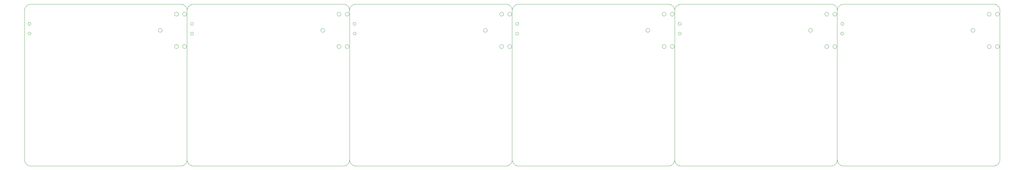
<source format=gbr>
G75*
G70*
%OFA0B0*%
%FSLAX25Y25*%
%IPPOS*%
%LPD*%
%AMOC8*
5,1,8,0,0,1.08239X$1,22.5*
%
%ADD30C,0.00000*%
X0010000Y0010000D02*
G75*
%LPD*%
D30*
X0010000Y0017870D02*
X0010000Y0198980D01*
X0010010Y0198980D02*
X0010030Y0199520D01*
X0010080Y0200050D01*
X0010170Y0200580D01*
X0010300Y0201100D01*
X0010460Y0201620D01*
X0010660Y0202120D01*
X0010890Y0202600D01*
X0011160Y0203070D01*
X0011450Y0203520D01*
X0011780Y0203950D01*
X0012130Y0204350D01*
X0012510Y0204730D01*
X0012910Y0205080D01*
X0013340Y0205410D01*
X0013790Y0205700D01*
X0014260Y0205970D01*
X0014740Y0206200D01*
X0015240Y0206400D01*
X0015760Y0206560D01*
X0016280Y0206690D01*
X0016810Y0206780D01*
X0017340Y0206830D01*
X0017880Y0206850D01*
X0198980Y0206850D01*
X0199520Y0206830D01*
X0200050Y0206780D01*
X0200580Y0206690D01*
X0201100Y0206560D01*
X0201620Y0206400D01*
X0202120Y0206200D01*
X0202600Y0205970D01*
X0203070Y0205700D01*
X0203520Y0205410D01*
X0203950Y0205080D01*
X0204350Y0204730D01*
X0204730Y0204350D01*
X0205080Y0203950D01*
X0205410Y0203520D01*
X0205700Y0203070D01*
X0205970Y0202600D01*
X0206200Y0202120D01*
X0206400Y0201620D01*
X0206560Y0201100D01*
X0206690Y0200580D01*
X0206780Y0200050D01*
X0206830Y0199520D01*
X0206850Y0198980D01*
X0206850Y0017870D01*
X0206830Y0017330D01*
X0206780Y0016800D01*
X0206690Y0016270D01*
X0206560Y0015750D01*
X0206400Y0015230D01*
X0206200Y0014730D01*
X0205970Y0014250D01*
X0205700Y0013780D01*
X0205410Y0013330D01*
X0205080Y0012900D01*
X0204730Y0012500D01*
X0204350Y0012120D01*
X0203950Y0011770D01*
X0203520Y0011440D01*
X0203070Y0011150D01*
X0202600Y0010880D01*
X0202120Y0010650D01*
X0201620Y0010450D01*
X0201100Y0010290D01*
X0200580Y0010160D01*
X0200050Y0010070D01*
X0199520Y0010020D01*
X0198980Y0010000D01*
X0017880Y0010000D01*
X0017340Y0010020D01*
X0016810Y0010070D01*
X0016280Y0010160D01*
X0015760Y0010290D01*
X0015240Y0010450D01*
X0014740Y0010650D01*
X0014260Y0010880D01*
X0013790Y0011150D01*
X0013340Y0011440D01*
X0012910Y0011770D01*
X0012510Y0012120D01*
X0012130Y0012500D01*
X0011780Y0012900D01*
X0011450Y0013330D01*
X0011160Y0013780D01*
X0010890Y0014250D01*
X0010660Y0014730D01*
X0010460Y0015230D01*
X0010300Y0015750D01*
X0010170Y0016270D01*
X0010080Y0016800D01*
X0010030Y0017330D01*
X0010010Y0017870D01*
X0191640Y0155310D02*
X0191660Y0155610D01*
X0191720Y0155910D01*
X0191810Y0156200D01*
X0191940Y0156470D01*
X0192110Y0156720D01*
X0192300Y0156950D01*
X0192530Y0157160D01*
X0192780Y0157330D01*
X0193040Y0157470D01*
X0193330Y0157570D01*
X0193620Y0157640D01*
X0193920Y0157670D01*
X0194230Y0157660D01*
X0194530Y0157610D01*
X0194820Y0157520D01*
X0195090Y0157400D01*
X0195350Y0157250D01*
X0195590Y0157060D01*
X0195800Y0156840D01*
X0195980Y0156600D01*
X0196130Y0156330D01*
X0196240Y0156050D01*
X0196320Y0155760D01*
X0196360Y0155460D01*
X0196360Y0155160D01*
X0196320Y0154860D01*
X0196240Y0154570D01*
X0196130Y0154290D01*
X0195980Y0154020D01*
X0195800Y0153780D01*
X0195590Y0153560D01*
X0195350Y0153370D01*
X0195090Y0153220D01*
X0194820Y0153100D01*
X0194530Y0153010D01*
X0194230Y0152960D01*
X0193920Y0152950D01*
X0193620Y0152980D01*
X0193330Y0153050D01*
X0193040Y0153150D01*
X0192780Y0153290D01*
X0192530Y0153460D01*
X0192300Y0153670D01*
X0192110Y0153900D01*
X0191940Y0154150D01*
X0191810Y0154420D01*
X0191720Y0154710D01*
X0191660Y0155010D01*
X0191640Y0155310D01*
X0201490Y0155310D02*
X0201510Y0155610D01*
X0201570Y0155910D01*
X0201660Y0156200D01*
X0201790Y0156470D01*
X0201960Y0156720D01*
X0202150Y0156950D01*
X0202380Y0157160D01*
X0202630Y0157330D01*
X0202890Y0157470D01*
X0203180Y0157570D01*
X0203470Y0157640D01*
X0203770Y0157670D01*
X0204080Y0157660D01*
X0204380Y0157610D01*
X0204670Y0157520D01*
X0204940Y0157400D01*
X0205200Y0157250D01*
X0205440Y0157060D01*
X0205650Y0156840D01*
X0205830Y0156600D01*
X0205980Y0156330D01*
X0206090Y0156050D01*
X0206170Y0155760D01*
X0206210Y0155460D01*
X0206210Y0155160D01*
X0206170Y0154860D01*
X0206090Y0154570D01*
X0205980Y0154290D01*
X0205830Y0154020D01*
X0205650Y0153780D01*
X0205440Y0153560D01*
X0205200Y0153370D01*
X0204940Y0153220D01*
X0204670Y0153100D01*
X0204380Y0153010D01*
X0204080Y0152960D01*
X0203770Y0152950D01*
X0203470Y0152980D01*
X0203180Y0153050D01*
X0202890Y0153150D01*
X0202630Y0153290D01*
X0202380Y0153460D01*
X0202150Y0153670D01*
X0201960Y0153900D01*
X0201790Y0154150D01*
X0201660Y0154420D01*
X0201570Y0154710D01*
X0201510Y0155010D01*
X0201490Y0155310D01*
X0171960Y0175000D02*
X0171980Y0175300D01*
X0172040Y0175600D01*
X0172130Y0175890D01*
X0172260Y0176160D01*
X0172430Y0176410D01*
X0172620Y0176640D01*
X0172850Y0176850D01*
X0173100Y0177020D01*
X0173360Y0177160D01*
X0173650Y0177260D01*
X0173940Y0177330D01*
X0174240Y0177360D01*
X0174550Y0177350D01*
X0174850Y0177300D01*
X0175140Y0177210D01*
X0175410Y0177090D01*
X0175670Y0176940D01*
X0175910Y0176750D01*
X0176120Y0176530D01*
X0176300Y0176290D01*
X0176450Y0176020D01*
X0176560Y0175740D01*
X0176640Y0175450D01*
X0176680Y0175150D01*
X0176680Y0174850D01*
X0176640Y0174550D01*
X0176560Y0174260D01*
X0176450Y0173980D01*
X0176300Y0173710D01*
X0176120Y0173470D01*
X0175910Y0173250D01*
X0175670Y0173060D01*
X0175410Y0172910D01*
X0175140Y0172790D01*
X0174850Y0172700D01*
X0174550Y0172650D01*
X0174240Y0172640D01*
X0173940Y0172670D01*
X0173650Y0172740D01*
X0173360Y0172840D01*
X0173100Y0172980D01*
X0172850Y0173150D01*
X0172620Y0173360D01*
X0172430Y0173590D01*
X0172260Y0173840D01*
X0172130Y0174110D01*
X0172040Y0174400D01*
X0171980Y0174700D01*
X0171960Y0175000D01*
X0191640Y0194690D02*
X0191660Y0194990D01*
X0191720Y0195290D01*
X0191810Y0195580D01*
X0191940Y0195850D01*
X0192110Y0196100D01*
X0192300Y0196330D01*
X0192530Y0196540D01*
X0192780Y0196710D01*
X0193040Y0196850D01*
X0193330Y0196950D01*
X0193620Y0197020D01*
X0193920Y0197050D01*
X0194230Y0197040D01*
X0194530Y0196990D01*
X0194820Y0196900D01*
X0195090Y0196780D01*
X0195350Y0196630D01*
X0195590Y0196440D01*
X0195800Y0196220D01*
X0195980Y0195980D01*
X0196130Y0195710D01*
X0196240Y0195430D01*
X0196320Y0195140D01*
X0196360Y0194840D01*
X0196360Y0194540D01*
X0196320Y0194240D01*
X0196240Y0193950D01*
X0196130Y0193670D01*
X0195980Y0193400D01*
X0195800Y0193160D01*
X0195590Y0192940D01*
X0195350Y0192750D01*
X0195090Y0192600D01*
X0194820Y0192480D01*
X0194530Y0192390D01*
X0194230Y0192340D01*
X0193920Y0192330D01*
X0193620Y0192360D01*
X0193330Y0192430D01*
X0193040Y0192530D01*
X0192780Y0192670D01*
X0192530Y0192840D01*
X0192300Y0193050D01*
X0192110Y0193280D01*
X0191940Y0193530D01*
X0191810Y0193800D01*
X0191720Y0194090D01*
X0191660Y0194390D01*
X0191640Y0194690D01*
X0201490Y0194690D02*
X0201510Y0194990D01*
X0201570Y0195290D01*
X0201660Y0195580D01*
X0201790Y0195850D01*
X0201960Y0196100D01*
X0202150Y0196330D01*
X0202380Y0196540D01*
X0202630Y0196710D01*
X0202890Y0196850D01*
X0203180Y0196950D01*
X0203470Y0197020D01*
X0203770Y0197050D01*
X0204080Y0197040D01*
X0204380Y0196990D01*
X0204670Y0196900D01*
X0204940Y0196780D01*
X0205200Y0196630D01*
X0205440Y0196440D01*
X0205650Y0196220D01*
X0205830Y0195980D01*
X0205980Y0195710D01*
X0206090Y0195430D01*
X0206170Y0195140D01*
X0206210Y0194840D01*
X0206210Y0194540D01*
X0206170Y0194240D01*
X0206090Y0193950D01*
X0205980Y0193670D01*
X0205830Y0193400D01*
X0205650Y0193160D01*
X0205440Y0192940D01*
X0205200Y0192750D01*
X0204940Y0192600D01*
X0204670Y0192480D01*
X0204380Y0192390D01*
X0204080Y0192340D01*
X0203770Y0192330D01*
X0203470Y0192360D01*
X0203180Y0192430D01*
X0202890Y0192530D01*
X0202630Y0192670D01*
X0202380Y0192840D01*
X0202150Y0193050D01*
X0201960Y0193280D01*
X0201790Y0193530D01*
X0201660Y0193800D01*
X0201570Y0194090D01*
X0201510Y0194390D01*
X0201490Y0194690D01*
X0014230Y0182910D02*
X0014250Y0183170D01*
X0014310Y0183430D01*
X0014410Y0183680D01*
X0014540Y0183910D01*
X0014700Y0184110D01*
X0014900Y0184290D01*
X0015120Y0184440D01*
X0015350Y0184560D01*
X0015610Y0184640D01*
X0015870Y0184680D01*
X0016130Y0184680D01*
X0016390Y0184640D01*
X0016650Y0184560D01*
X0016890Y0184440D01*
X0017100Y0184290D01*
X0017300Y0184110D01*
X0017460Y0183910D01*
X0017590Y0183680D01*
X0017690Y0183430D01*
X0017750Y0183170D01*
X0017770Y0182910D01*
X0017750Y0182650D01*
X0017690Y0182390D01*
X0017590Y0182140D01*
X0017460Y0181910D01*
X0017300Y0181710D01*
X0017100Y0181530D01*
X0016880Y0181380D01*
X0016650Y0181260D01*
X0016390Y0181180D01*
X0016130Y0181140D01*
X0015870Y0181140D01*
X0015610Y0181180D01*
X0015350Y0181260D01*
X0015110Y0181380D01*
X0014900Y0181530D01*
X0014700Y0181710D01*
X0014540Y0181910D01*
X0014410Y0182140D01*
X0014310Y0182390D01*
X0014250Y0182650D01*
X0014230Y0182910D01*
X0014230Y0171090D02*
X0014250Y0171350D01*
X0014310Y0171610D01*
X0014410Y0171860D01*
X0014540Y0172090D01*
X0014700Y0172290D01*
X0014900Y0172470D01*
X0015120Y0172620D01*
X0015350Y0172740D01*
X0015610Y0172820D01*
X0015870Y0172860D01*
X0016130Y0172860D01*
X0016390Y0172820D01*
X0016650Y0172740D01*
X0016890Y0172620D01*
X0017100Y0172470D01*
X0017300Y0172290D01*
X0017460Y0172090D01*
X0017590Y0171860D01*
X0017690Y0171610D01*
X0017750Y0171350D01*
X0017770Y0171090D01*
X0017750Y0170830D01*
X0017690Y0170570D01*
X0017590Y0170320D01*
X0017460Y0170090D01*
X0017300Y0169890D01*
X0017100Y0169710D01*
X0016880Y0169560D01*
X0016650Y0169440D01*
X0016390Y0169360D01*
X0016130Y0169320D01*
X0015870Y0169320D01*
X0015610Y0169360D01*
X0015350Y0169440D01*
X0015110Y0169560D01*
X0014900Y0169710D01*
X0014700Y0169890D01*
X0014540Y0170090D01*
X0014410Y0170320D01*
X0014310Y0170570D01*
X0014250Y0170830D01*
X0014230Y0171090D01*
X0206850Y0010000D02*
G75*
%LPD*%
D30*
X0206850Y0017870D02*
X0206850Y0198980D01*
X0206860Y0198980D02*
X0206880Y0199520D01*
X0206930Y0200050D01*
X0207020Y0200580D01*
X0207150Y0201100D01*
X0207310Y0201620D01*
X0207510Y0202120D01*
X0207740Y0202600D01*
X0208010Y0203070D01*
X0208300Y0203520D01*
X0208630Y0203950D01*
X0208980Y0204350D01*
X0209360Y0204730D01*
X0209760Y0205080D01*
X0210190Y0205410D01*
X0210640Y0205700D01*
X0211110Y0205970D01*
X0211590Y0206200D01*
X0212090Y0206400D01*
X0212610Y0206560D01*
X0213130Y0206690D01*
X0213660Y0206780D01*
X0214190Y0206830D01*
X0214730Y0206850D01*
X0395830Y0206850D01*
X0396370Y0206830D01*
X0396900Y0206780D01*
X0397430Y0206690D01*
X0397950Y0206560D01*
X0398470Y0206400D01*
X0398970Y0206200D01*
X0399450Y0205970D01*
X0399920Y0205700D01*
X0400370Y0205410D01*
X0400800Y0205080D01*
X0401200Y0204730D01*
X0401580Y0204350D01*
X0401930Y0203950D01*
X0402260Y0203520D01*
X0402550Y0203070D01*
X0402820Y0202600D01*
X0403050Y0202120D01*
X0403250Y0201620D01*
X0403410Y0201100D01*
X0403540Y0200580D01*
X0403630Y0200050D01*
X0403680Y0199520D01*
X0403700Y0198980D01*
X0403700Y0017870D01*
X0403680Y0017330D01*
X0403630Y0016800D01*
X0403540Y0016270D01*
X0403410Y0015750D01*
X0403250Y0015230D01*
X0403050Y0014730D01*
X0402820Y0014250D01*
X0402550Y0013780D01*
X0402260Y0013330D01*
X0401930Y0012900D01*
X0401580Y0012500D01*
X0401200Y0012120D01*
X0400800Y0011770D01*
X0400370Y0011440D01*
X0399920Y0011150D01*
X0399450Y0010880D01*
X0398970Y0010650D01*
X0398470Y0010450D01*
X0397950Y0010290D01*
X0397430Y0010160D01*
X0396900Y0010070D01*
X0396370Y0010020D01*
X0395830Y0010000D01*
X0214730Y0010000D01*
X0214190Y0010020D01*
X0213660Y0010070D01*
X0213130Y0010160D01*
X0212610Y0010290D01*
X0212090Y0010450D01*
X0211590Y0010650D01*
X0211110Y0010880D01*
X0210640Y0011150D01*
X0210190Y0011440D01*
X0209760Y0011770D01*
X0209360Y0012120D01*
X0208980Y0012500D01*
X0208630Y0012900D01*
X0208300Y0013330D01*
X0208010Y0013780D01*
X0207740Y0014250D01*
X0207510Y0014730D01*
X0207310Y0015230D01*
X0207150Y0015750D01*
X0207020Y0016270D01*
X0206930Y0016800D01*
X0206880Y0017330D01*
X0206860Y0017870D01*
X0388490Y0155310D02*
X0388510Y0155610D01*
X0388570Y0155910D01*
X0388660Y0156200D01*
X0388790Y0156470D01*
X0388960Y0156720D01*
X0389150Y0156950D01*
X0389380Y0157160D01*
X0389630Y0157330D01*
X0389890Y0157470D01*
X0390180Y0157570D01*
X0390470Y0157640D01*
X0390770Y0157670D01*
X0391080Y0157660D01*
X0391380Y0157610D01*
X0391670Y0157520D01*
X0391940Y0157400D01*
X0392200Y0157250D01*
X0392440Y0157060D01*
X0392650Y0156840D01*
X0392830Y0156600D01*
X0392980Y0156330D01*
X0393090Y0156050D01*
X0393170Y0155760D01*
X0393210Y0155460D01*
X0393210Y0155160D01*
X0393170Y0154860D01*
X0393090Y0154570D01*
X0392980Y0154290D01*
X0392830Y0154020D01*
X0392650Y0153780D01*
X0392440Y0153560D01*
X0392200Y0153370D01*
X0391940Y0153220D01*
X0391670Y0153100D01*
X0391380Y0153010D01*
X0391080Y0152960D01*
X0390770Y0152950D01*
X0390470Y0152980D01*
X0390180Y0153050D01*
X0389890Y0153150D01*
X0389630Y0153290D01*
X0389380Y0153460D01*
X0389150Y0153670D01*
X0388960Y0153900D01*
X0388790Y0154150D01*
X0388660Y0154420D01*
X0388570Y0154710D01*
X0388510Y0155010D01*
X0388490Y0155310D01*
X0398340Y0155310D02*
X0398360Y0155610D01*
X0398420Y0155910D01*
X0398510Y0156200D01*
X0398640Y0156470D01*
X0398810Y0156720D01*
X0399000Y0156950D01*
X0399230Y0157160D01*
X0399480Y0157330D01*
X0399740Y0157470D01*
X0400030Y0157570D01*
X0400320Y0157640D01*
X0400620Y0157670D01*
X0400930Y0157660D01*
X0401230Y0157610D01*
X0401520Y0157520D01*
X0401790Y0157400D01*
X0402050Y0157250D01*
X0402290Y0157060D01*
X0402500Y0156840D01*
X0402680Y0156600D01*
X0402830Y0156330D01*
X0402940Y0156050D01*
X0403020Y0155760D01*
X0403060Y0155460D01*
X0403060Y0155160D01*
X0403020Y0154860D01*
X0402940Y0154570D01*
X0402830Y0154290D01*
X0402680Y0154020D01*
X0402500Y0153780D01*
X0402290Y0153560D01*
X0402050Y0153370D01*
X0401790Y0153220D01*
X0401520Y0153100D01*
X0401230Y0153010D01*
X0400930Y0152960D01*
X0400620Y0152950D01*
X0400320Y0152980D01*
X0400030Y0153050D01*
X0399740Y0153150D01*
X0399480Y0153290D01*
X0399230Y0153460D01*
X0399000Y0153670D01*
X0398810Y0153900D01*
X0398640Y0154150D01*
X0398510Y0154420D01*
X0398420Y0154710D01*
X0398360Y0155010D01*
X0398340Y0155310D01*
X0368810Y0175000D02*
X0368830Y0175300D01*
X0368890Y0175600D01*
X0368980Y0175890D01*
X0369110Y0176160D01*
X0369280Y0176410D01*
X0369470Y0176640D01*
X0369700Y0176850D01*
X0369950Y0177020D01*
X0370210Y0177160D01*
X0370500Y0177260D01*
X0370790Y0177330D01*
X0371090Y0177360D01*
X0371400Y0177350D01*
X0371700Y0177300D01*
X0371990Y0177210D01*
X0372260Y0177090D01*
X0372520Y0176940D01*
X0372760Y0176750D01*
X0372970Y0176530D01*
X0373150Y0176290D01*
X0373300Y0176020D01*
X0373410Y0175740D01*
X0373490Y0175450D01*
X0373530Y0175150D01*
X0373530Y0174850D01*
X0373490Y0174550D01*
X0373410Y0174260D01*
X0373300Y0173980D01*
X0373150Y0173710D01*
X0372970Y0173470D01*
X0372760Y0173250D01*
X0372520Y0173060D01*
X0372260Y0172910D01*
X0371990Y0172790D01*
X0371700Y0172700D01*
X0371400Y0172650D01*
X0371090Y0172640D01*
X0370790Y0172670D01*
X0370500Y0172740D01*
X0370210Y0172840D01*
X0369950Y0172980D01*
X0369700Y0173150D01*
X0369470Y0173360D01*
X0369280Y0173590D01*
X0369110Y0173840D01*
X0368980Y0174110D01*
X0368890Y0174400D01*
X0368830Y0174700D01*
X0368810Y0175000D01*
X0388490Y0194690D02*
X0388510Y0194990D01*
X0388570Y0195290D01*
X0388660Y0195580D01*
X0388790Y0195850D01*
X0388960Y0196100D01*
X0389150Y0196330D01*
X0389380Y0196540D01*
X0389630Y0196710D01*
X0389890Y0196850D01*
X0390180Y0196950D01*
X0390470Y0197020D01*
X0390770Y0197050D01*
X0391080Y0197040D01*
X0391380Y0196990D01*
X0391670Y0196900D01*
X0391940Y0196780D01*
X0392200Y0196630D01*
X0392440Y0196440D01*
X0392650Y0196220D01*
X0392830Y0195980D01*
X0392980Y0195710D01*
X0393090Y0195430D01*
X0393170Y0195140D01*
X0393210Y0194840D01*
X0393210Y0194540D01*
X0393170Y0194240D01*
X0393090Y0193950D01*
X0392980Y0193670D01*
X0392830Y0193400D01*
X0392650Y0193160D01*
X0392440Y0192940D01*
X0392200Y0192750D01*
X0391940Y0192600D01*
X0391670Y0192480D01*
X0391380Y0192390D01*
X0391080Y0192340D01*
X0390770Y0192330D01*
X0390470Y0192360D01*
X0390180Y0192430D01*
X0389890Y0192530D01*
X0389630Y0192670D01*
X0389380Y0192840D01*
X0389150Y0193050D01*
X0388960Y0193280D01*
X0388790Y0193530D01*
X0388660Y0193800D01*
X0388570Y0194090D01*
X0388510Y0194390D01*
X0388490Y0194690D01*
X0398340Y0194690D02*
X0398360Y0194990D01*
X0398420Y0195290D01*
X0398510Y0195580D01*
X0398640Y0195850D01*
X0398810Y0196100D01*
X0399000Y0196330D01*
X0399230Y0196540D01*
X0399480Y0196710D01*
X0399740Y0196850D01*
X0400030Y0196950D01*
X0400320Y0197020D01*
X0400620Y0197050D01*
X0400930Y0197040D01*
X0401230Y0196990D01*
X0401520Y0196900D01*
X0401790Y0196780D01*
X0402050Y0196630D01*
X0402290Y0196440D01*
X0402500Y0196220D01*
X0402680Y0195980D01*
X0402830Y0195710D01*
X0402940Y0195430D01*
X0403020Y0195140D01*
X0403060Y0194840D01*
X0403060Y0194540D01*
X0403020Y0194240D01*
X0402940Y0193950D01*
X0402830Y0193670D01*
X0402680Y0193400D01*
X0402500Y0193160D01*
X0402290Y0192940D01*
X0402050Y0192750D01*
X0401790Y0192600D01*
X0401520Y0192480D01*
X0401230Y0192390D01*
X0400930Y0192340D01*
X0400620Y0192330D01*
X0400320Y0192360D01*
X0400030Y0192430D01*
X0399740Y0192530D01*
X0399480Y0192670D01*
X0399230Y0192840D01*
X0399000Y0193050D01*
X0398810Y0193280D01*
X0398640Y0193530D01*
X0398510Y0193800D01*
X0398420Y0194090D01*
X0398360Y0194390D01*
X0398340Y0194690D01*
X0211080Y0182910D02*
X0211100Y0183170D01*
X0211160Y0183430D01*
X0211260Y0183680D01*
X0211390Y0183910D01*
X0211550Y0184110D01*
X0211750Y0184290D01*
X0211970Y0184440D01*
X0212200Y0184560D01*
X0212460Y0184640D01*
X0212720Y0184680D01*
X0212980Y0184680D01*
X0213240Y0184640D01*
X0213500Y0184560D01*
X0213740Y0184440D01*
X0213950Y0184290D01*
X0214150Y0184110D01*
X0214310Y0183910D01*
X0214440Y0183680D01*
X0214540Y0183430D01*
X0214600Y0183170D01*
X0214620Y0182910D01*
X0214600Y0182650D01*
X0214540Y0182390D01*
X0214440Y0182140D01*
X0214310Y0181910D01*
X0214150Y0181710D01*
X0213950Y0181530D01*
X0213730Y0181380D01*
X0213500Y0181260D01*
X0213240Y0181180D01*
X0212980Y0181140D01*
X0212720Y0181140D01*
X0212460Y0181180D01*
X0212200Y0181260D01*
X0211960Y0181380D01*
X0211750Y0181530D01*
X0211550Y0181710D01*
X0211390Y0181910D01*
X0211260Y0182140D01*
X0211160Y0182390D01*
X0211100Y0182650D01*
X0211080Y0182910D01*
X0211080Y0171090D02*
X0211100Y0171350D01*
X0211160Y0171610D01*
X0211260Y0171860D01*
X0211390Y0172090D01*
X0211550Y0172290D01*
X0211750Y0172470D01*
X0211970Y0172620D01*
X0212200Y0172740D01*
X0212460Y0172820D01*
X0212720Y0172860D01*
X0212980Y0172860D01*
X0213240Y0172820D01*
X0213500Y0172740D01*
X0213740Y0172620D01*
X0213950Y0172470D01*
X0214150Y0172290D01*
X0214310Y0172090D01*
X0214440Y0171860D01*
X0214540Y0171610D01*
X0214600Y0171350D01*
X0214620Y0171090D01*
X0214600Y0170830D01*
X0214540Y0170570D01*
X0214440Y0170320D01*
X0214310Y0170090D01*
X0214150Y0169890D01*
X0213950Y0169710D01*
X0213730Y0169560D01*
X0213500Y0169440D01*
X0213240Y0169360D01*
X0212980Y0169320D01*
X0212720Y0169320D01*
X0212460Y0169360D01*
X0212200Y0169440D01*
X0211960Y0169560D01*
X0211750Y0169710D01*
X0211550Y0169890D01*
X0211390Y0170090D01*
X0211260Y0170320D01*
X0211160Y0170570D01*
X0211100Y0170830D01*
X0211080Y0171090D01*
X0403700Y0010000D02*
G75*
%LPD*%
D30*
X0403700Y0017870D02*
X0403700Y0198980D01*
X0403710Y0198980D02*
X0403730Y0199520D01*
X0403780Y0200050D01*
X0403870Y0200580D01*
X0404000Y0201100D01*
X0404160Y0201620D01*
X0404360Y0202120D01*
X0404590Y0202600D01*
X0404860Y0203070D01*
X0405150Y0203520D01*
X0405480Y0203950D01*
X0405830Y0204350D01*
X0406210Y0204730D01*
X0406610Y0205080D01*
X0407040Y0205410D01*
X0407490Y0205700D01*
X0407960Y0205970D01*
X0408440Y0206200D01*
X0408940Y0206400D01*
X0409460Y0206560D01*
X0409980Y0206690D01*
X0410510Y0206780D01*
X0411040Y0206830D01*
X0411580Y0206850D01*
X0592680Y0206850D01*
X0593220Y0206830D01*
X0593750Y0206780D01*
X0594280Y0206690D01*
X0594800Y0206560D01*
X0595320Y0206400D01*
X0595820Y0206200D01*
X0596300Y0205970D01*
X0596770Y0205700D01*
X0597220Y0205410D01*
X0597650Y0205080D01*
X0598050Y0204730D01*
X0598430Y0204350D01*
X0598780Y0203950D01*
X0599110Y0203520D01*
X0599400Y0203070D01*
X0599670Y0202600D01*
X0599900Y0202120D01*
X0600100Y0201620D01*
X0600260Y0201100D01*
X0600390Y0200580D01*
X0600480Y0200050D01*
X0600530Y0199520D01*
X0600550Y0198980D01*
X0600550Y0017870D01*
X0600530Y0017330D01*
X0600480Y0016800D01*
X0600390Y0016270D01*
X0600260Y0015750D01*
X0600100Y0015230D01*
X0599900Y0014730D01*
X0599670Y0014250D01*
X0599400Y0013780D01*
X0599110Y0013330D01*
X0598780Y0012900D01*
X0598430Y0012500D01*
X0598050Y0012120D01*
X0597650Y0011770D01*
X0597220Y0011440D01*
X0596770Y0011150D01*
X0596300Y0010880D01*
X0595820Y0010650D01*
X0595320Y0010450D01*
X0594800Y0010290D01*
X0594280Y0010160D01*
X0593750Y0010070D01*
X0593220Y0010020D01*
X0592680Y0010000D01*
X0411580Y0010000D01*
X0411040Y0010020D01*
X0410510Y0010070D01*
X0409980Y0010160D01*
X0409460Y0010290D01*
X0408940Y0010450D01*
X0408440Y0010650D01*
X0407960Y0010880D01*
X0407490Y0011150D01*
X0407040Y0011440D01*
X0406610Y0011770D01*
X0406210Y0012120D01*
X0405830Y0012500D01*
X0405480Y0012900D01*
X0405150Y0013330D01*
X0404860Y0013780D01*
X0404590Y0014250D01*
X0404360Y0014730D01*
X0404160Y0015230D01*
X0404000Y0015750D01*
X0403870Y0016270D01*
X0403780Y0016800D01*
X0403730Y0017330D01*
X0403710Y0017870D01*
X0585340Y0155310D02*
X0585360Y0155610D01*
X0585420Y0155910D01*
X0585510Y0156200D01*
X0585640Y0156470D01*
X0585810Y0156720D01*
X0586000Y0156950D01*
X0586230Y0157160D01*
X0586480Y0157330D01*
X0586740Y0157470D01*
X0587030Y0157570D01*
X0587320Y0157640D01*
X0587620Y0157670D01*
X0587930Y0157660D01*
X0588230Y0157610D01*
X0588520Y0157520D01*
X0588790Y0157400D01*
X0589050Y0157250D01*
X0589290Y0157060D01*
X0589500Y0156840D01*
X0589680Y0156600D01*
X0589830Y0156330D01*
X0589940Y0156050D01*
X0590020Y0155760D01*
X0590060Y0155460D01*
X0590060Y0155160D01*
X0590020Y0154860D01*
X0589940Y0154570D01*
X0589830Y0154290D01*
X0589680Y0154020D01*
X0589500Y0153780D01*
X0589290Y0153560D01*
X0589050Y0153370D01*
X0588790Y0153220D01*
X0588520Y0153100D01*
X0588230Y0153010D01*
X0587930Y0152960D01*
X0587620Y0152950D01*
X0587320Y0152980D01*
X0587030Y0153050D01*
X0586740Y0153150D01*
X0586480Y0153290D01*
X0586230Y0153460D01*
X0586000Y0153670D01*
X0585810Y0153900D01*
X0585640Y0154150D01*
X0585510Y0154420D01*
X0585420Y0154710D01*
X0585360Y0155010D01*
X0585340Y0155310D01*
X0595190Y0155310D02*
X0595210Y0155610D01*
X0595270Y0155910D01*
X0595360Y0156200D01*
X0595490Y0156470D01*
X0595660Y0156720D01*
X0595850Y0156950D01*
X0596080Y0157160D01*
X0596330Y0157330D01*
X0596590Y0157470D01*
X0596880Y0157570D01*
X0597170Y0157640D01*
X0597470Y0157670D01*
X0597780Y0157660D01*
X0598080Y0157610D01*
X0598370Y0157520D01*
X0598640Y0157400D01*
X0598900Y0157250D01*
X0599140Y0157060D01*
X0599350Y0156840D01*
X0599530Y0156600D01*
X0599680Y0156330D01*
X0599790Y0156050D01*
X0599870Y0155760D01*
X0599910Y0155460D01*
X0599910Y0155160D01*
X0599870Y0154860D01*
X0599790Y0154570D01*
X0599680Y0154290D01*
X0599530Y0154020D01*
X0599350Y0153780D01*
X0599140Y0153560D01*
X0598900Y0153370D01*
X0598640Y0153220D01*
X0598370Y0153100D01*
X0598080Y0153010D01*
X0597780Y0152960D01*
X0597470Y0152950D01*
X0597170Y0152980D01*
X0596880Y0153050D01*
X0596590Y0153150D01*
X0596330Y0153290D01*
X0596080Y0153460D01*
X0595850Y0153670D01*
X0595660Y0153900D01*
X0595490Y0154150D01*
X0595360Y0154420D01*
X0595270Y0154710D01*
X0595210Y0155010D01*
X0595190Y0155310D01*
X0565660Y0175000D02*
X0565680Y0175300D01*
X0565740Y0175600D01*
X0565830Y0175890D01*
X0565960Y0176160D01*
X0566130Y0176410D01*
X0566320Y0176640D01*
X0566550Y0176850D01*
X0566800Y0177020D01*
X0567060Y0177160D01*
X0567350Y0177260D01*
X0567640Y0177330D01*
X0567940Y0177360D01*
X0568250Y0177350D01*
X0568550Y0177300D01*
X0568840Y0177210D01*
X0569110Y0177090D01*
X0569370Y0176940D01*
X0569610Y0176750D01*
X0569820Y0176530D01*
X0570000Y0176290D01*
X0570150Y0176020D01*
X0570260Y0175740D01*
X0570340Y0175450D01*
X0570380Y0175150D01*
X0570380Y0174850D01*
X0570340Y0174550D01*
X0570260Y0174260D01*
X0570150Y0173980D01*
X0570000Y0173710D01*
X0569820Y0173470D01*
X0569610Y0173250D01*
X0569370Y0173060D01*
X0569110Y0172910D01*
X0568840Y0172790D01*
X0568550Y0172700D01*
X0568250Y0172650D01*
X0567940Y0172640D01*
X0567640Y0172670D01*
X0567350Y0172740D01*
X0567060Y0172840D01*
X0566800Y0172980D01*
X0566550Y0173150D01*
X0566320Y0173360D01*
X0566130Y0173590D01*
X0565960Y0173840D01*
X0565830Y0174110D01*
X0565740Y0174400D01*
X0565680Y0174700D01*
X0565660Y0175000D01*
X0585340Y0194690D02*
X0585360Y0194990D01*
X0585420Y0195290D01*
X0585510Y0195580D01*
X0585640Y0195850D01*
X0585810Y0196100D01*
X0586000Y0196330D01*
X0586230Y0196540D01*
X0586480Y0196710D01*
X0586740Y0196850D01*
X0587030Y0196950D01*
X0587320Y0197020D01*
X0587620Y0197050D01*
X0587930Y0197040D01*
X0588230Y0196990D01*
X0588520Y0196900D01*
X0588790Y0196780D01*
X0589050Y0196630D01*
X0589290Y0196440D01*
X0589500Y0196220D01*
X0589680Y0195980D01*
X0589830Y0195710D01*
X0589940Y0195430D01*
X0590020Y0195140D01*
X0590060Y0194840D01*
X0590060Y0194540D01*
X0590020Y0194240D01*
X0589940Y0193950D01*
X0589830Y0193670D01*
X0589680Y0193400D01*
X0589500Y0193160D01*
X0589290Y0192940D01*
X0589050Y0192750D01*
X0588790Y0192600D01*
X0588520Y0192480D01*
X0588230Y0192390D01*
X0587930Y0192340D01*
X0587620Y0192330D01*
X0587320Y0192360D01*
X0587030Y0192430D01*
X0586740Y0192530D01*
X0586480Y0192670D01*
X0586230Y0192840D01*
X0586000Y0193050D01*
X0585810Y0193280D01*
X0585640Y0193530D01*
X0585510Y0193800D01*
X0585420Y0194090D01*
X0585360Y0194390D01*
X0585340Y0194690D01*
X0595190Y0194690D02*
X0595210Y0194990D01*
X0595270Y0195290D01*
X0595360Y0195580D01*
X0595490Y0195850D01*
X0595660Y0196100D01*
X0595850Y0196330D01*
X0596080Y0196540D01*
X0596330Y0196710D01*
X0596590Y0196850D01*
X0596880Y0196950D01*
X0597170Y0197020D01*
X0597470Y0197050D01*
X0597780Y0197040D01*
X0598080Y0196990D01*
X0598370Y0196900D01*
X0598640Y0196780D01*
X0598900Y0196630D01*
X0599140Y0196440D01*
X0599350Y0196220D01*
X0599530Y0195980D01*
X0599680Y0195710D01*
X0599790Y0195430D01*
X0599870Y0195140D01*
X0599910Y0194840D01*
X0599910Y0194540D01*
X0599870Y0194240D01*
X0599790Y0193950D01*
X0599680Y0193670D01*
X0599530Y0193400D01*
X0599350Y0193160D01*
X0599140Y0192940D01*
X0598900Y0192750D01*
X0598640Y0192600D01*
X0598370Y0192480D01*
X0598080Y0192390D01*
X0597780Y0192340D01*
X0597470Y0192330D01*
X0597170Y0192360D01*
X0596880Y0192430D01*
X0596590Y0192530D01*
X0596330Y0192670D01*
X0596080Y0192840D01*
X0595850Y0193050D01*
X0595660Y0193280D01*
X0595490Y0193530D01*
X0595360Y0193800D01*
X0595270Y0194090D01*
X0595210Y0194390D01*
X0595190Y0194690D01*
X0407930Y0182910D02*
X0407950Y0183170D01*
X0408010Y0183430D01*
X0408110Y0183680D01*
X0408240Y0183910D01*
X0408400Y0184110D01*
X0408600Y0184290D01*
X0408820Y0184440D01*
X0409050Y0184560D01*
X0409310Y0184640D01*
X0409570Y0184680D01*
X0409830Y0184680D01*
X0410090Y0184640D01*
X0410350Y0184560D01*
X0410590Y0184440D01*
X0410800Y0184290D01*
X0411000Y0184110D01*
X0411160Y0183910D01*
X0411290Y0183680D01*
X0411390Y0183430D01*
X0411450Y0183170D01*
X0411470Y0182910D01*
X0411450Y0182650D01*
X0411390Y0182390D01*
X0411290Y0182140D01*
X0411160Y0181910D01*
X0411000Y0181710D01*
X0410800Y0181530D01*
X0410580Y0181380D01*
X0410350Y0181260D01*
X0410090Y0181180D01*
X0409830Y0181140D01*
X0409570Y0181140D01*
X0409310Y0181180D01*
X0409050Y0181260D01*
X0408810Y0181380D01*
X0408600Y0181530D01*
X0408400Y0181710D01*
X0408240Y0181910D01*
X0408110Y0182140D01*
X0408010Y0182390D01*
X0407950Y0182650D01*
X0407930Y0182910D01*
X0407930Y0171090D02*
X0407950Y0171350D01*
X0408010Y0171610D01*
X0408110Y0171860D01*
X0408240Y0172090D01*
X0408400Y0172290D01*
X0408600Y0172470D01*
X0408820Y0172620D01*
X0409050Y0172740D01*
X0409310Y0172820D01*
X0409570Y0172860D01*
X0409830Y0172860D01*
X0410090Y0172820D01*
X0410350Y0172740D01*
X0410590Y0172620D01*
X0410800Y0172470D01*
X0411000Y0172290D01*
X0411160Y0172090D01*
X0411290Y0171860D01*
X0411390Y0171610D01*
X0411450Y0171350D01*
X0411470Y0171090D01*
X0411450Y0170830D01*
X0411390Y0170570D01*
X0411290Y0170320D01*
X0411160Y0170090D01*
X0411000Y0169890D01*
X0410800Y0169710D01*
X0410580Y0169560D01*
X0410350Y0169440D01*
X0410090Y0169360D01*
X0409830Y0169320D01*
X0409570Y0169320D01*
X0409310Y0169360D01*
X0409050Y0169440D01*
X0408810Y0169560D01*
X0408600Y0169710D01*
X0408400Y0169890D01*
X0408240Y0170090D01*
X0408110Y0170320D01*
X0408010Y0170570D01*
X0407950Y0170830D01*
X0407930Y0171090D01*
X0600550Y0010000D02*
G75*
%LPD*%
D30*
X0600550Y0017870D02*
X0600550Y0198980D01*
X0600560Y0198980D02*
X0600580Y0199520D01*
X0600630Y0200050D01*
X0600720Y0200580D01*
X0600850Y0201100D01*
X0601010Y0201620D01*
X0601210Y0202120D01*
X0601440Y0202600D01*
X0601710Y0203070D01*
X0602000Y0203520D01*
X0602330Y0203950D01*
X0602680Y0204350D01*
X0603060Y0204730D01*
X0603460Y0205080D01*
X0603890Y0205410D01*
X0604340Y0205700D01*
X0604810Y0205970D01*
X0605290Y0206200D01*
X0605790Y0206400D01*
X0606310Y0206560D01*
X0606830Y0206690D01*
X0607360Y0206780D01*
X0607890Y0206830D01*
X0608430Y0206850D01*
X0789530Y0206850D01*
X0790070Y0206830D01*
X0790600Y0206780D01*
X0791130Y0206690D01*
X0791650Y0206560D01*
X0792170Y0206400D01*
X0792670Y0206200D01*
X0793150Y0205970D01*
X0793620Y0205700D01*
X0794070Y0205410D01*
X0794500Y0205080D01*
X0794900Y0204730D01*
X0795280Y0204350D01*
X0795630Y0203950D01*
X0795960Y0203520D01*
X0796250Y0203070D01*
X0796520Y0202600D01*
X0796750Y0202120D01*
X0796950Y0201620D01*
X0797110Y0201100D01*
X0797240Y0200580D01*
X0797330Y0200050D01*
X0797380Y0199520D01*
X0797400Y0198980D01*
X0797400Y0017870D01*
X0797380Y0017330D01*
X0797330Y0016800D01*
X0797240Y0016270D01*
X0797110Y0015750D01*
X0796950Y0015230D01*
X0796750Y0014730D01*
X0796520Y0014250D01*
X0796250Y0013780D01*
X0795960Y0013330D01*
X0795630Y0012900D01*
X0795280Y0012500D01*
X0794900Y0012120D01*
X0794500Y0011770D01*
X0794070Y0011440D01*
X0793620Y0011150D01*
X0793150Y0010880D01*
X0792670Y0010650D01*
X0792170Y0010450D01*
X0791650Y0010290D01*
X0791130Y0010160D01*
X0790600Y0010070D01*
X0790070Y0010020D01*
X0789530Y0010000D01*
X0608430Y0010000D01*
X0607890Y0010020D01*
X0607360Y0010070D01*
X0606830Y0010160D01*
X0606310Y0010290D01*
X0605790Y0010450D01*
X0605290Y0010650D01*
X0604810Y0010880D01*
X0604340Y0011150D01*
X0603890Y0011440D01*
X0603460Y0011770D01*
X0603060Y0012120D01*
X0602680Y0012500D01*
X0602330Y0012900D01*
X0602000Y0013330D01*
X0601710Y0013780D01*
X0601440Y0014250D01*
X0601210Y0014730D01*
X0601010Y0015230D01*
X0600850Y0015750D01*
X0600720Y0016270D01*
X0600630Y0016800D01*
X0600580Y0017330D01*
X0600560Y0017870D01*
X0782190Y0155310D02*
X0782210Y0155610D01*
X0782270Y0155910D01*
X0782360Y0156200D01*
X0782490Y0156470D01*
X0782660Y0156720D01*
X0782850Y0156950D01*
X0783080Y0157160D01*
X0783330Y0157330D01*
X0783590Y0157470D01*
X0783880Y0157570D01*
X0784170Y0157640D01*
X0784470Y0157670D01*
X0784780Y0157660D01*
X0785080Y0157610D01*
X0785370Y0157520D01*
X0785640Y0157400D01*
X0785900Y0157250D01*
X0786140Y0157060D01*
X0786350Y0156840D01*
X0786530Y0156600D01*
X0786680Y0156330D01*
X0786790Y0156050D01*
X0786870Y0155760D01*
X0786910Y0155460D01*
X0786910Y0155160D01*
X0786870Y0154860D01*
X0786790Y0154570D01*
X0786680Y0154290D01*
X0786530Y0154020D01*
X0786350Y0153780D01*
X0786140Y0153560D01*
X0785900Y0153370D01*
X0785640Y0153220D01*
X0785370Y0153100D01*
X0785080Y0153010D01*
X0784780Y0152960D01*
X0784470Y0152950D01*
X0784170Y0152980D01*
X0783880Y0153050D01*
X0783590Y0153150D01*
X0783330Y0153290D01*
X0783080Y0153460D01*
X0782850Y0153670D01*
X0782660Y0153900D01*
X0782490Y0154150D01*
X0782360Y0154420D01*
X0782270Y0154710D01*
X0782210Y0155010D01*
X0782190Y0155310D01*
X0792040Y0155310D02*
X0792060Y0155610D01*
X0792120Y0155910D01*
X0792210Y0156200D01*
X0792340Y0156470D01*
X0792510Y0156720D01*
X0792700Y0156950D01*
X0792930Y0157160D01*
X0793180Y0157330D01*
X0793440Y0157470D01*
X0793730Y0157570D01*
X0794020Y0157640D01*
X0794320Y0157670D01*
X0794630Y0157660D01*
X0794930Y0157610D01*
X0795220Y0157520D01*
X0795490Y0157400D01*
X0795750Y0157250D01*
X0795990Y0157060D01*
X0796200Y0156840D01*
X0796380Y0156600D01*
X0796530Y0156330D01*
X0796640Y0156050D01*
X0796720Y0155760D01*
X0796760Y0155460D01*
X0796760Y0155160D01*
X0796720Y0154860D01*
X0796640Y0154570D01*
X0796530Y0154290D01*
X0796380Y0154020D01*
X0796200Y0153780D01*
X0795990Y0153560D01*
X0795750Y0153370D01*
X0795490Y0153220D01*
X0795220Y0153100D01*
X0794930Y0153010D01*
X0794630Y0152960D01*
X0794320Y0152950D01*
X0794020Y0152980D01*
X0793730Y0153050D01*
X0793440Y0153150D01*
X0793180Y0153290D01*
X0792930Y0153460D01*
X0792700Y0153670D01*
X0792510Y0153900D01*
X0792340Y0154150D01*
X0792210Y0154420D01*
X0792120Y0154710D01*
X0792060Y0155010D01*
X0792040Y0155310D01*
X0762510Y0175000D02*
X0762530Y0175300D01*
X0762590Y0175600D01*
X0762680Y0175890D01*
X0762810Y0176160D01*
X0762980Y0176410D01*
X0763170Y0176640D01*
X0763400Y0176850D01*
X0763650Y0177020D01*
X0763910Y0177160D01*
X0764200Y0177260D01*
X0764490Y0177330D01*
X0764790Y0177360D01*
X0765100Y0177350D01*
X0765400Y0177300D01*
X0765690Y0177210D01*
X0765960Y0177090D01*
X0766220Y0176940D01*
X0766460Y0176750D01*
X0766670Y0176530D01*
X0766850Y0176290D01*
X0767000Y0176020D01*
X0767110Y0175740D01*
X0767190Y0175450D01*
X0767230Y0175150D01*
X0767230Y0174850D01*
X0767190Y0174550D01*
X0767110Y0174260D01*
X0767000Y0173980D01*
X0766850Y0173710D01*
X0766670Y0173470D01*
X0766460Y0173250D01*
X0766220Y0173060D01*
X0765960Y0172910D01*
X0765690Y0172790D01*
X0765400Y0172700D01*
X0765100Y0172650D01*
X0764790Y0172640D01*
X0764490Y0172670D01*
X0764200Y0172740D01*
X0763910Y0172840D01*
X0763650Y0172980D01*
X0763400Y0173150D01*
X0763170Y0173360D01*
X0762980Y0173590D01*
X0762810Y0173840D01*
X0762680Y0174110D01*
X0762590Y0174400D01*
X0762530Y0174700D01*
X0762510Y0175000D01*
X0782190Y0194690D02*
X0782210Y0194990D01*
X0782270Y0195290D01*
X0782360Y0195580D01*
X0782490Y0195850D01*
X0782660Y0196100D01*
X0782850Y0196330D01*
X0783080Y0196540D01*
X0783330Y0196710D01*
X0783590Y0196850D01*
X0783880Y0196950D01*
X0784170Y0197020D01*
X0784470Y0197050D01*
X0784780Y0197040D01*
X0785080Y0196990D01*
X0785370Y0196900D01*
X0785640Y0196780D01*
X0785900Y0196630D01*
X0786140Y0196440D01*
X0786350Y0196220D01*
X0786530Y0195980D01*
X0786680Y0195710D01*
X0786790Y0195430D01*
X0786870Y0195140D01*
X0786910Y0194840D01*
X0786910Y0194540D01*
X0786870Y0194240D01*
X0786790Y0193950D01*
X0786680Y0193670D01*
X0786530Y0193400D01*
X0786350Y0193160D01*
X0786140Y0192940D01*
X0785900Y0192750D01*
X0785640Y0192600D01*
X0785370Y0192480D01*
X0785080Y0192390D01*
X0784780Y0192340D01*
X0784470Y0192330D01*
X0784170Y0192360D01*
X0783880Y0192430D01*
X0783590Y0192530D01*
X0783330Y0192670D01*
X0783080Y0192840D01*
X0782850Y0193050D01*
X0782660Y0193280D01*
X0782490Y0193530D01*
X0782360Y0193800D01*
X0782270Y0194090D01*
X0782210Y0194390D01*
X0782190Y0194690D01*
X0792040Y0194690D02*
X0792060Y0194990D01*
X0792120Y0195290D01*
X0792210Y0195580D01*
X0792340Y0195850D01*
X0792510Y0196100D01*
X0792700Y0196330D01*
X0792930Y0196540D01*
X0793180Y0196710D01*
X0793440Y0196850D01*
X0793730Y0196950D01*
X0794020Y0197020D01*
X0794320Y0197050D01*
X0794630Y0197040D01*
X0794930Y0196990D01*
X0795220Y0196900D01*
X0795490Y0196780D01*
X0795750Y0196630D01*
X0795990Y0196440D01*
X0796200Y0196220D01*
X0796380Y0195980D01*
X0796530Y0195710D01*
X0796640Y0195430D01*
X0796720Y0195140D01*
X0796760Y0194840D01*
X0796760Y0194540D01*
X0796720Y0194240D01*
X0796640Y0193950D01*
X0796530Y0193670D01*
X0796380Y0193400D01*
X0796200Y0193160D01*
X0795990Y0192940D01*
X0795750Y0192750D01*
X0795490Y0192600D01*
X0795220Y0192480D01*
X0794930Y0192390D01*
X0794630Y0192340D01*
X0794320Y0192330D01*
X0794020Y0192360D01*
X0793730Y0192430D01*
X0793440Y0192530D01*
X0793180Y0192670D01*
X0792930Y0192840D01*
X0792700Y0193050D01*
X0792510Y0193280D01*
X0792340Y0193530D01*
X0792210Y0193800D01*
X0792120Y0194090D01*
X0792060Y0194390D01*
X0792040Y0194690D01*
X0604780Y0182910D02*
X0604800Y0183170D01*
X0604860Y0183430D01*
X0604960Y0183680D01*
X0605090Y0183910D01*
X0605250Y0184110D01*
X0605450Y0184290D01*
X0605670Y0184440D01*
X0605900Y0184560D01*
X0606160Y0184640D01*
X0606420Y0184680D01*
X0606680Y0184680D01*
X0606940Y0184640D01*
X0607200Y0184560D01*
X0607440Y0184440D01*
X0607650Y0184290D01*
X0607850Y0184110D01*
X0608010Y0183910D01*
X0608140Y0183680D01*
X0608240Y0183430D01*
X0608300Y0183170D01*
X0608320Y0182910D01*
X0608300Y0182650D01*
X0608240Y0182390D01*
X0608140Y0182140D01*
X0608010Y0181910D01*
X0607850Y0181710D01*
X0607650Y0181530D01*
X0607430Y0181380D01*
X0607200Y0181260D01*
X0606940Y0181180D01*
X0606680Y0181140D01*
X0606420Y0181140D01*
X0606160Y0181180D01*
X0605900Y0181260D01*
X0605660Y0181380D01*
X0605450Y0181530D01*
X0605250Y0181710D01*
X0605090Y0181910D01*
X0604960Y0182140D01*
X0604860Y0182390D01*
X0604800Y0182650D01*
X0604780Y0182910D01*
X0604780Y0171090D02*
X0604800Y0171350D01*
X0604860Y0171610D01*
X0604960Y0171860D01*
X0605090Y0172090D01*
X0605250Y0172290D01*
X0605450Y0172470D01*
X0605670Y0172620D01*
X0605900Y0172740D01*
X0606160Y0172820D01*
X0606420Y0172860D01*
X0606680Y0172860D01*
X0606940Y0172820D01*
X0607200Y0172740D01*
X0607440Y0172620D01*
X0607650Y0172470D01*
X0607850Y0172290D01*
X0608010Y0172090D01*
X0608140Y0171860D01*
X0608240Y0171610D01*
X0608300Y0171350D01*
X0608320Y0171090D01*
X0608300Y0170830D01*
X0608240Y0170570D01*
X0608140Y0170320D01*
X0608010Y0170090D01*
X0607850Y0169890D01*
X0607650Y0169710D01*
X0607430Y0169560D01*
X0607200Y0169440D01*
X0606940Y0169360D01*
X0606680Y0169320D01*
X0606420Y0169320D01*
X0606160Y0169360D01*
X0605900Y0169440D01*
X0605660Y0169560D01*
X0605450Y0169710D01*
X0605250Y0169890D01*
X0605090Y0170090D01*
X0604960Y0170320D01*
X0604860Y0170570D01*
X0604800Y0170830D01*
X0604780Y0171090D01*
X0797400Y0010000D02*
G75*
%LPD*%
D30*
X0797400Y0017870D02*
X0797400Y0198980D01*
X0797410Y0198980D02*
X0797430Y0199520D01*
X0797480Y0200050D01*
X0797570Y0200580D01*
X0797700Y0201100D01*
X0797860Y0201620D01*
X0798060Y0202120D01*
X0798290Y0202600D01*
X0798560Y0203070D01*
X0798850Y0203520D01*
X0799180Y0203950D01*
X0799530Y0204350D01*
X0799910Y0204730D01*
X0800310Y0205080D01*
X0800740Y0205410D01*
X0801190Y0205700D01*
X0801660Y0205970D01*
X0802140Y0206200D01*
X0802640Y0206400D01*
X0803160Y0206560D01*
X0803680Y0206690D01*
X0804210Y0206780D01*
X0804740Y0206830D01*
X0805280Y0206850D01*
X0986380Y0206850D01*
X0986920Y0206830D01*
X0987450Y0206780D01*
X0987980Y0206690D01*
X0988500Y0206560D01*
X0989020Y0206400D01*
X0989520Y0206200D01*
X0990000Y0205970D01*
X0990470Y0205700D01*
X0990920Y0205410D01*
X0991350Y0205080D01*
X0991750Y0204730D01*
X0992130Y0204350D01*
X0992480Y0203950D01*
X0992810Y0203520D01*
X0993100Y0203070D01*
X0993370Y0202600D01*
X0993600Y0202120D01*
X0993800Y0201620D01*
X0993960Y0201100D01*
X0994090Y0200580D01*
X0994180Y0200050D01*
X0994230Y0199520D01*
X0994250Y0198980D01*
X0994250Y0017870D01*
X0994230Y0017330D01*
X0994180Y0016800D01*
X0994090Y0016270D01*
X0993960Y0015750D01*
X0993800Y0015230D01*
X0993600Y0014730D01*
X0993370Y0014250D01*
X0993100Y0013780D01*
X0992810Y0013330D01*
X0992480Y0012900D01*
X0992130Y0012500D01*
X0991750Y0012120D01*
X0991350Y0011770D01*
X0990920Y0011440D01*
X0990470Y0011150D01*
X0990000Y0010880D01*
X0989520Y0010650D01*
X0989020Y0010450D01*
X0988500Y0010290D01*
X0987980Y0010160D01*
X0987450Y0010070D01*
X0986920Y0010020D01*
X0986380Y0010000D01*
X0805280Y0010000D01*
X0804740Y0010020D01*
X0804210Y0010070D01*
X0803680Y0010160D01*
X0803160Y0010290D01*
X0802640Y0010450D01*
X0802140Y0010650D01*
X0801660Y0010880D01*
X0801190Y0011150D01*
X0800740Y0011440D01*
X0800310Y0011770D01*
X0799910Y0012120D01*
X0799530Y0012500D01*
X0799180Y0012900D01*
X0798850Y0013330D01*
X0798560Y0013780D01*
X0798290Y0014250D01*
X0798060Y0014730D01*
X0797860Y0015230D01*
X0797700Y0015750D01*
X0797570Y0016270D01*
X0797480Y0016800D01*
X0797430Y0017330D01*
X0797410Y0017870D01*
X0979040Y0155310D02*
X0979060Y0155610D01*
X0979120Y0155910D01*
X0979210Y0156200D01*
X0979340Y0156470D01*
X0979510Y0156720D01*
X0979700Y0156950D01*
X0979930Y0157160D01*
X0980180Y0157330D01*
X0980440Y0157470D01*
X0980730Y0157570D01*
X0981020Y0157640D01*
X0981320Y0157670D01*
X0981630Y0157660D01*
X0981930Y0157610D01*
X0982220Y0157520D01*
X0982490Y0157400D01*
X0982750Y0157250D01*
X0982990Y0157060D01*
X0983200Y0156840D01*
X0983380Y0156600D01*
X0983530Y0156330D01*
X0983640Y0156050D01*
X0983720Y0155760D01*
X0983760Y0155460D01*
X0983760Y0155160D01*
X0983720Y0154860D01*
X0983640Y0154570D01*
X0983530Y0154290D01*
X0983380Y0154020D01*
X0983200Y0153780D01*
X0982990Y0153560D01*
X0982750Y0153370D01*
X0982490Y0153220D01*
X0982220Y0153100D01*
X0981930Y0153010D01*
X0981630Y0152960D01*
X0981320Y0152950D01*
X0981020Y0152980D01*
X0980730Y0153050D01*
X0980440Y0153150D01*
X0980180Y0153290D01*
X0979930Y0153460D01*
X0979700Y0153670D01*
X0979510Y0153900D01*
X0979340Y0154150D01*
X0979210Y0154420D01*
X0979120Y0154710D01*
X0979060Y0155010D01*
X0979040Y0155310D01*
X0988890Y0155310D02*
X0988910Y0155610D01*
X0988970Y0155910D01*
X0989060Y0156200D01*
X0989190Y0156470D01*
X0989360Y0156720D01*
X0989550Y0156950D01*
X0989780Y0157160D01*
X0990030Y0157330D01*
X0990290Y0157470D01*
X0990580Y0157570D01*
X0990870Y0157640D01*
X0991170Y0157670D01*
X0991480Y0157660D01*
X0991780Y0157610D01*
X0992070Y0157520D01*
X0992340Y0157400D01*
X0992600Y0157250D01*
X0992840Y0157060D01*
X0993050Y0156840D01*
X0993230Y0156600D01*
X0993380Y0156330D01*
X0993490Y0156050D01*
X0993570Y0155760D01*
X0993610Y0155460D01*
X0993610Y0155160D01*
X0993570Y0154860D01*
X0993490Y0154570D01*
X0993380Y0154290D01*
X0993230Y0154020D01*
X0993050Y0153780D01*
X0992840Y0153560D01*
X0992600Y0153370D01*
X0992340Y0153220D01*
X0992070Y0153100D01*
X0991780Y0153010D01*
X0991480Y0152960D01*
X0991170Y0152950D01*
X0990870Y0152980D01*
X0990580Y0153050D01*
X0990290Y0153150D01*
X0990030Y0153290D01*
X0989780Y0153460D01*
X0989550Y0153670D01*
X0989360Y0153900D01*
X0989190Y0154150D01*
X0989060Y0154420D01*
X0988970Y0154710D01*
X0988910Y0155010D01*
X0988890Y0155310D01*
X0959360Y0175000D02*
X0959380Y0175300D01*
X0959440Y0175600D01*
X0959530Y0175890D01*
X0959660Y0176160D01*
X0959830Y0176410D01*
X0960020Y0176640D01*
X0960250Y0176850D01*
X0960500Y0177020D01*
X0960760Y0177160D01*
X0961050Y0177260D01*
X0961340Y0177330D01*
X0961640Y0177360D01*
X0961950Y0177350D01*
X0962250Y0177300D01*
X0962540Y0177210D01*
X0962810Y0177090D01*
X0963070Y0176940D01*
X0963310Y0176750D01*
X0963520Y0176530D01*
X0963700Y0176290D01*
X0963850Y0176020D01*
X0963960Y0175740D01*
X0964040Y0175450D01*
X0964080Y0175150D01*
X0964080Y0174850D01*
X0964040Y0174550D01*
X0963960Y0174260D01*
X0963850Y0173980D01*
X0963700Y0173710D01*
X0963520Y0173470D01*
X0963310Y0173250D01*
X0963070Y0173060D01*
X0962810Y0172910D01*
X0962540Y0172790D01*
X0962250Y0172700D01*
X0961950Y0172650D01*
X0961640Y0172640D01*
X0961340Y0172670D01*
X0961050Y0172740D01*
X0960760Y0172840D01*
X0960500Y0172980D01*
X0960250Y0173150D01*
X0960020Y0173360D01*
X0959830Y0173590D01*
X0959660Y0173840D01*
X0959530Y0174110D01*
X0959440Y0174400D01*
X0959380Y0174700D01*
X0959360Y0175000D01*
X0979040Y0194690D02*
X0979060Y0194990D01*
X0979120Y0195290D01*
X0979210Y0195580D01*
X0979340Y0195850D01*
X0979510Y0196100D01*
X0979700Y0196330D01*
X0979930Y0196540D01*
X0980180Y0196710D01*
X0980440Y0196850D01*
X0980730Y0196950D01*
X0981020Y0197020D01*
X0981320Y0197050D01*
X0981630Y0197040D01*
X0981930Y0196990D01*
X0982220Y0196900D01*
X0982490Y0196780D01*
X0982750Y0196630D01*
X0982990Y0196440D01*
X0983200Y0196220D01*
X0983380Y0195980D01*
X0983530Y0195710D01*
X0983640Y0195430D01*
X0983720Y0195140D01*
X0983760Y0194840D01*
X0983760Y0194540D01*
X0983720Y0194240D01*
X0983640Y0193950D01*
X0983530Y0193670D01*
X0983380Y0193400D01*
X0983200Y0193160D01*
X0982990Y0192940D01*
X0982750Y0192750D01*
X0982490Y0192600D01*
X0982220Y0192480D01*
X0981930Y0192390D01*
X0981630Y0192340D01*
X0981320Y0192330D01*
X0981020Y0192360D01*
X0980730Y0192430D01*
X0980440Y0192530D01*
X0980180Y0192670D01*
X0979930Y0192840D01*
X0979700Y0193050D01*
X0979510Y0193280D01*
X0979340Y0193530D01*
X0979210Y0193800D01*
X0979120Y0194090D01*
X0979060Y0194390D01*
X0979040Y0194690D01*
X0988890Y0194690D02*
X0988910Y0194990D01*
X0988970Y0195290D01*
X0989060Y0195580D01*
X0989190Y0195850D01*
X0989360Y0196100D01*
X0989550Y0196330D01*
X0989780Y0196540D01*
X0990030Y0196710D01*
X0990290Y0196850D01*
X0990580Y0196950D01*
X0990870Y0197020D01*
X0991170Y0197050D01*
X0991480Y0197040D01*
X0991780Y0196990D01*
X0992070Y0196900D01*
X0992340Y0196780D01*
X0992600Y0196630D01*
X0992840Y0196440D01*
X0993050Y0196220D01*
X0993230Y0195980D01*
X0993380Y0195710D01*
X0993490Y0195430D01*
X0993570Y0195140D01*
X0993610Y0194840D01*
X0993610Y0194540D01*
X0993570Y0194240D01*
X0993490Y0193950D01*
X0993380Y0193670D01*
X0993230Y0193400D01*
X0993050Y0193160D01*
X0992840Y0192940D01*
X0992600Y0192750D01*
X0992340Y0192600D01*
X0992070Y0192480D01*
X0991780Y0192390D01*
X0991480Y0192340D01*
X0991170Y0192330D01*
X0990870Y0192360D01*
X0990580Y0192430D01*
X0990290Y0192530D01*
X0990030Y0192670D01*
X0989780Y0192840D01*
X0989550Y0193050D01*
X0989360Y0193280D01*
X0989190Y0193530D01*
X0989060Y0193800D01*
X0988970Y0194090D01*
X0988910Y0194390D01*
X0988890Y0194690D01*
X0801630Y0182910D02*
X0801650Y0183170D01*
X0801710Y0183430D01*
X0801810Y0183680D01*
X0801940Y0183910D01*
X0802100Y0184110D01*
X0802300Y0184290D01*
X0802520Y0184440D01*
X0802750Y0184560D01*
X0803010Y0184640D01*
X0803270Y0184680D01*
X0803530Y0184680D01*
X0803790Y0184640D01*
X0804050Y0184560D01*
X0804290Y0184440D01*
X0804500Y0184290D01*
X0804700Y0184110D01*
X0804860Y0183910D01*
X0804990Y0183680D01*
X0805090Y0183430D01*
X0805150Y0183170D01*
X0805170Y0182910D01*
X0805150Y0182650D01*
X0805090Y0182390D01*
X0804990Y0182140D01*
X0804860Y0181910D01*
X0804700Y0181710D01*
X0804500Y0181530D01*
X0804280Y0181380D01*
X0804050Y0181260D01*
X0803790Y0181180D01*
X0803530Y0181140D01*
X0803270Y0181140D01*
X0803010Y0181180D01*
X0802750Y0181260D01*
X0802510Y0181380D01*
X0802300Y0181530D01*
X0802100Y0181710D01*
X0801940Y0181910D01*
X0801810Y0182140D01*
X0801710Y0182390D01*
X0801650Y0182650D01*
X0801630Y0182910D01*
X0801630Y0171090D02*
X0801650Y0171350D01*
X0801710Y0171610D01*
X0801810Y0171860D01*
X0801940Y0172090D01*
X0802100Y0172290D01*
X0802300Y0172470D01*
X0802520Y0172620D01*
X0802750Y0172740D01*
X0803010Y0172820D01*
X0803270Y0172860D01*
X0803530Y0172860D01*
X0803790Y0172820D01*
X0804050Y0172740D01*
X0804290Y0172620D01*
X0804500Y0172470D01*
X0804700Y0172290D01*
X0804860Y0172090D01*
X0804990Y0171860D01*
X0805090Y0171610D01*
X0805150Y0171350D01*
X0805170Y0171090D01*
X0805150Y0170830D01*
X0805090Y0170570D01*
X0804990Y0170320D01*
X0804860Y0170090D01*
X0804700Y0169890D01*
X0804500Y0169710D01*
X0804280Y0169560D01*
X0804050Y0169440D01*
X0803790Y0169360D01*
X0803530Y0169320D01*
X0803270Y0169320D01*
X0803010Y0169360D01*
X0802750Y0169440D01*
X0802510Y0169560D01*
X0802300Y0169710D01*
X0802100Y0169890D01*
X0801940Y0170090D01*
X0801810Y0170320D01*
X0801710Y0170570D01*
X0801650Y0170830D01*
X0801630Y0171090D01*
X0994250Y0010000D02*
G75*
%LPD*%
D30*
X0994250Y0017870D02*
X0994250Y0198980D01*
X0994260Y0198980D02*
X0994280Y0199520D01*
X0994330Y0200050D01*
X0994420Y0200580D01*
X0994550Y0201100D01*
X0994710Y0201620D01*
X0994910Y0202120D01*
X0995140Y0202600D01*
X0995410Y0203070D01*
X0995700Y0203520D01*
X0996030Y0203950D01*
X0996380Y0204350D01*
X0996760Y0204730D01*
X0997160Y0205080D01*
X0997590Y0205410D01*
X0998040Y0205700D01*
X0998510Y0205970D01*
X0998990Y0206200D01*
X0999490Y0206400D01*
X1000010Y0206560D01*
X1000530Y0206690D01*
X1001060Y0206780D01*
X1001590Y0206830D01*
X1002130Y0206850D01*
X1183230Y0206850D01*
X1183770Y0206830D01*
X1184300Y0206780D01*
X1184830Y0206690D01*
X1185350Y0206560D01*
X1185870Y0206400D01*
X1186370Y0206200D01*
X1186850Y0205970D01*
X1187320Y0205700D01*
X1187770Y0205410D01*
X1188200Y0205080D01*
X1188600Y0204730D01*
X1188980Y0204350D01*
X1189330Y0203950D01*
X1189660Y0203520D01*
X1189950Y0203070D01*
X1190220Y0202600D01*
X1190450Y0202120D01*
X1190650Y0201620D01*
X1190810Y0201100D01*
X1190940Y0200580D01*
X1191030Y0200050D01*
X1191080Y0199520D01*
X1191100Y0198980D01*
X1191100Y0017870D01*
X1191080Y0017330D01*
X1191030Y0016800D01*
X1190940Y0016270D01*
X1190810Y0015750D01*
X1190650Y0015230D01*
X1190450Y0014730D01*
X1190220Y0014250D01*
X1189950Y0013780D01*
X1189660Y0013330D01*
X1189330Y0012900D01*
X1188980Y0012500D01*
X1188600Y0012120D01*
X1188200Y0011770D01*
X1187770Y0011440D01*
X1187320Y0011150D01*
X1186850Y0010880D01*
X1186370Y0010650D01*
X1185870Y0010450D01*
X1185350Y0010290D01*
X1184830Y0010160D01*
X1184300Y0010070D01*
X1183770Y0010020D01*
X1183230Y0010000D01*
X1002130Y0010000D01*
X1001590Y0010020D01*
X1001060Y0010070D01*
X1000530Y0010160D01*
X1000010Y0010290D01*
X0999490Y0010450D01*
X0998990Y0010650D01*
X0998510Y0010880D01*
X0998040Y0011150D01*
X0997590Y0011440D01*
X0997160Y0011770D01*
X0996760Y0012120D01*
X0996380Y0012500D01*
X0996030Y0012900D01*
X0995700Y0013330D01*
X0995410Y0013780D01*
X0995140Y0014250D01*
X0994910Y0014730D01*
X0994710Y0015230D01*
X0994550Y0015750D01*
X0994420Y0016270D01*
X0994330Y0016800D01*
X0994280Y0017330D01*
X0994260Y0017870D01*
X1175890Y0155310D02*
X1175910Y0155610D01*
X1175970Y0155910D01*
X1176060Y0156200D01*
X1176190Y0156470D01*
X1176360Y0156720D01*
X1176550Y0156950D01*
X1176780Y0157160D01*
X1177030Y0157330D01*
X1177290Y0157470D01*
X1177580Y0157570D01*
X1177870Y0157640D01*
X1178170Y0157670D01*
X1178480Y0157660D01*
X1178780Y0157610D01*
X1179070Y0157520D01*
X1179340Y0157400D01*
X1179600Y0157250D01*
X1179840Y0157060D01*
X1180050Y0156840D01*
X1180230Y0156600D01*
X1180380Y0156330D01*
X1180490Y0156050D01*
X1180570Y0155760D01*
X1180610Y0155460D01*
X1180610Y0155160D01*
X1180570Y0154860D01*
X1180490Y0154570D01*
X1180380Y0154290D01*
X1180230Y0154020D01*
X1180050Y0153780D01*
X1179840Y0153560D01*
X1179600Y0153370D01*
X1179340Y0153220D01*
X1179070Y0153100D01*
X1178780Y0153010D01*
X1178480Y0152960D01*
X1178170Y0152950D01*
X1177870Y0152980D01*
X1177580Y0153050D01*
X1177290Y0153150D01*
X1177030Y0153290D01*
X1176780Y0153460D01*
X1176550Y0153670D01*
X1176360Y0153900D01*
X1176190Y0154150D01*
X1176060Y0154420D01*
X1175970Y0154710D01*
X1175910Y0155010D01*
X1175890Y0155310D01*
X1185740Y0155310D02*
X1185760Y0155610D01*
X1185820Y0155910D01*
X1185910Y0156200D01*
X1186040Y0156470D01*
X1186210Y0156720D01*
X1186400Y0156950D01*
X1186630Y0157160D01*
X1186880Y0157330D01*
X1187140Y0157470D01*
X1187430Y0157570D01*
X1187720Y0157640D01*
X1188020Y0157670D01*
X1188330Y0157660D01*
X1188630Y0157610D01*
X1188920Y0157520D01*
X1189190Y0157400D01*
X1189450Y0157250D01*
X1189690Y0157060D01*
X1189900Y0156840D01*
X1190080Y0156600D01*
X1190230Y0156330D01*
X1190340Y0156050D01*
X1190420Y0155760D01*
X1190460Y0155460D01*
X1190460Y0155160D01*
X1190420Y0154860D01*
X1190340Y0154570D01*
X1190230Y0154290D01*
X1190080Y0154020D01*
X1189900Y0153780D01*
X1189690Y0153560D01*
X1189450Y0153370D01*
X1189190Y0153220D01*
X1188920Y0153100D01*
X1188630Y0153010D01*
X1188330Y0152960D01*
X1188020Y0152950D01*
X1187720Y0152980D01*
X1187430Y0153050D01*
X1187140Y0153150D01*
X1186880Y0153290D01*
X1186630Y0153460D01*
X1186400Y0153670D01*
X1186210Y0153900D01*
X1186040Y0154150D01*
X1185910Y0154420D01*
X1185820Y0154710D01*
X1185760Y0155010D01*
X1185740Y0155310D01*
X1156210Y0175000D02*
X1156230Y0175300D01*
X1156290Y0175600D01*
X1156380Y0175890D01*
X1156510Y0176160D01*
X1156680Y0176410D01*
X1156870Y0176640D01*
X1157100Y0176850D01*
X1157350Y0177020D01*
X1157610Y0177160D01*
X1157900Y0177260D01*
X1158190Y0177330D01*
X1158490Y0177360D01*
X1158800Y0177350D01*
X1159100Y0177300D01*
X1159390Y0177210D01*
X1159660Y0177090D01*
X1159920Y0176940D01*
X1160160Y0176750D01*
X1160370Y0176530D01*
X1160550Y0176290D01*
X1160700Y0176020D01*
X1160810Y0175740D01*
X1160890Y0175450D01*
X1160930Y0175150D01*
X1160930Y0174850D01*
X1160890Y0174550D01*
X1160810Y0174260D01*
X1160700Y0173980D01*
X1160550Y0173710D01*
X1160370Y0173470D01*
X1160160Y0173250D01*
X1159920Y0173060D01*
X1159660Y0172910D01*
X1159390Y0172790D01*
X1159100Y0172700D01*
X1158800Y0172650D01*
X1158490Y0172640D01*
X1158190Y0172670D01*
X1157900Y0172740D01*
X1157610Y0172840D01*
X1157350Y0172980D01*
X1157100Y0173150D01*
X1156870Y0173360D01*
X1156680Y0173590D01*
X1156510Y0173840D01*
X1156380Y0174110D01*
X1156290Y0174400D01*
X1156230Y0174700D01*
X1156210Y0175000D01*
X1175890Y0194690D02*
X1175910Y0194990D01*
X1175970Y0195290D01*
X1176060Y0195580D01*
X1176190Y0195850D01*
X1176360Y0196100D01*
X1176550Y0196330D01*
X1176780Y0196540D01*
X1177030Y0196710D01*
X1177290Y0196850D01*
X1177580Y0196950D01*
X1177870Y0197020D01*
X1178170Y0197050D01*
X1178480Y0197040D01*
X1178780Y0196990D01*
X1179070Y0196900D01*
X1179340Y0196780D01*
X1179600Y0196630D01*
X1179840Y0196440D01*
X1180050Y0196220D01*
X1180230Y0195980D01*
X1180380Y0195710D01*
X1180490Y0195430D01*
X1180570Y0195140D01*
X1180610Y0194840D01*
X1180610Y0194540D01*
X1180570Y0194240D01*
X1180490Y0193950D01*
X1180380Y0193670D01*
X1180230Y0193400D01*
X1180050Y0193160D01*
X1179840Y0192940D01*
X1179600Y0192750D01*
X1179340Y0192600D01*
X1179070Y0192480D01*
X1178780Y0192390D01*
X1178480Y0192340D01*
X1178170Y0192330D01*
X1177870Y0192360D01*
X1177580Y0192430D01*
X1177290Y0192530D01*
X1177030Y0192670D01*
X1176780Y0192840D01*
X1176550Y0193050D01*
X1176360Y0193280D01*
X1176190Y0193530D01*
X1176060Y0193800D01*
X1175970Y0194090D01*
X1175910Y0194390D01*
X1175890Y0194690D01*
X1185740Y0194690D02*
X1185760Y0194990D01*
X1185820Y0195290D01*
X1185910Y0195580D01*
X1186040Y0195850D01*
X1186210Y0196100D01*
X1186400Y0196330D01*
X1186630Y0196540D01*
X1186880Y0196710D01*
X1187140Y0196850D01*
X1187430Y0196950D01*
X1187720Y0197020D01*
X1188020Y0197050D01*
X1188330Y0197040D01*
X1188630Y0196990D01*
X1188920Y0196900D01*
X1189190Y0196780D01*
X1189450Y0196630D01*
X1189690Y0196440D01*
X1189900Y0196220D01*
X1190080Y0195980D01*
X1190230Y0195710D01*
X1190340Y0195430D01*
X1190420Y0195140D01*
X1190460Y0194840D01*
X1190460Y0194540D01*
X1190420Y0194240D01*
X1190340Y0193950D01*
X1190230Y0193670D01*
X1190080Y0193400D01*
X1189900Y0193160D01*
X1189690Y0192940D01*
X1189450Y0192750D01*
X1189190Y0192600D01*
X1188920Y0192480D01*
X1188630Y0192390D01*
X1188330Y0192340D01*
X1188020Y0192330D01*
X1187720Y0192360D01*
X1187430Y0192430D01*
X1187140Y0192530D01*
X1186880Y0192670D01*
X1186630Y0192840D01*
X1186400Y0193050D01*
X1186210Y0193280D01*
X1186040Y0193530D01*
X1185910Y0193800D01*
X1185820Y0194090D01*
X1185760Y0194390D01*
X1185740Y0194690D01*
X0998480Y0182910D02*
X0998500Y0183170D01*
X0998560Y0183430D01*
X0998660Y0183680D01*
X0998790Y0183910D01*
X0998950Y0184110D01*
X0999150Y0184290D01*
X0999370Y0184440D01*
X0999600Y0184560D01*
X0999860Y0184640D01*
X1000120Y0184680D01*
X1000380Y0184680D01*
X1000640Y0184640D01*
X1000900Y0184560D01*
X1001140Y0184440D01*
X1001350Y0184290D01*
X1001550Y0184110D01*
X1001710Y0183910D01*
X1001840Y0183680D01*
X1001940Y0183430D01*
X1002000Y0183170D01*
X1002020Y0182910D01*
X1002000Y0182650D01*
X1001940Y0182390D01*
X1001840Y0182140D01*
X1001710Y0181910D01*
X1001550Y0181710D01*
X1001350Y0181530D01*
X1001130Y0181380D01*
X1000900Y0181260D01*
X1000640Y0181180D01*
X1000380Y0181140D01*
X1000120Y0181140D01*
X0999860Y0181180D01*
X0999600Y0181260D01*
X0999360Y0181380D01*
X0999150Y0181530D01*
X0998950Y0181710D01*
X0998790Y0181910D01*
X0998660Y0182140D01*
X0998560Y0182390D01*
X0998500Y0182650D01*
X0998480Y0182910D01*
X0998480Y0171090D02*
X0998500Y0171350D01*
X0998560Y0171610D01*
X0998660Y0171860D01*
X0998790Y0172090D01*
X0998950Y0172290D01*
X0999150Y0172470D01*
X0999370Y0172620D01*
X0999600Y0172740D01*
X0999860Y0172820D01*
X1000120Y0172860D01*
X1000380Y0172860D01*
X1000640Y0172820D01*
X1000900Y0172740D01*
X1001140Y0172620D01*
X1001350Y0172470D01*
X1001550Y0172290D01*
X1001710Y0172090D01*
X1001840Y0171860D01*
X1001940Y0171610D01*
X1002000Y0171350D01*
X1002020Y0171090D01*
X1002000Y0170830D01*
X1001940Y0170570D01*
X1001840Y0170320D01*
X1001710Y0170090D01*
X1001550Y0169890D01*
X1001350Y0169710D01*
X1001130Y0169560D01*
X1000900Y0169440D01*
X1000640Y0169360D01*
X1000380Y0169320D01*
X1000120Y0169320D01*
X0999860Y0169360D01*
X0999600Y0169440D01*
X0999360Y0169560D01*
X0999150Y0169710D01*
X0998950Y0169890D01*
X0998790Y0170090D01*
X0998660Y0170320D01*
X0998560Y0170570D01*
X0998500Y0170830D01*
X0998480Y0171090D01*
M02*

</source>
